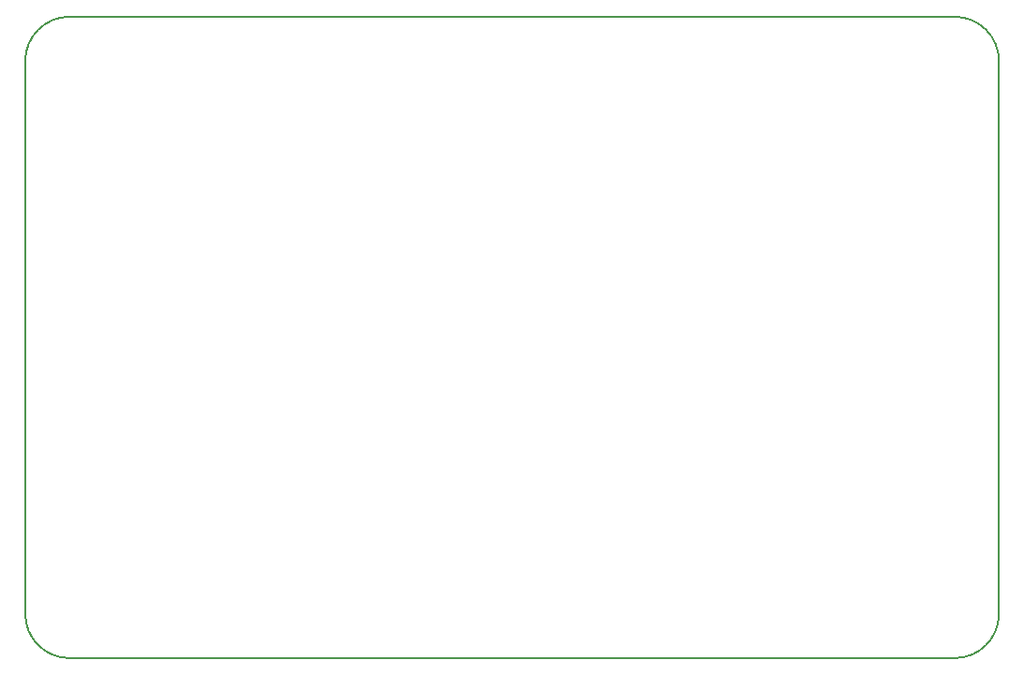
<source format=gm1>
G04 #@! TF.GenerationSoftware,KiCad,Pcbnew,(5.1.0-0)*
G04 #@! TF.CreationDate,2019-04-04T11:20:21+10:30*
G04 #@! TF.ProjectId,wide-input-reg,77696465-2d69-46e7-9075-742d7265672e,rev?*
G04 #@! TF.SameCoordinates,Original*
G04 #@! TF.FileFunction,Profile,NP*
%FSLAX46Y46*%
G04 Gerber Fmt 4.6, Leading zero omitted, Abs format (unit mm)*
G04 Created by KiCad (PCBNEW (5.1.0-0)) date 2019-04-04 11:20:21*
%MOMM*%
%LPD*%
G04 APERTURE LIST*
%ADD10C,0.150000*%
G04 APERTURE END LIST*
D10*
X184000000Y-50000000D02*
G75*
G02X188000000Y-54000000I0J-4000000D01*
G01*
X188000000Y-104000000D02*
G75*
G02X184000000Y-108000000I-4000000J0D01*
G01*
X104000000Y-108000000D02*
G75*
G02X100000000Y-104000000I0J4000000D01*
G01*
X100000000Y-54000000D02*
G75*
G02X104000000Y-50000000I4000000J0D01*
G01*
X100000000Y-104000000D02*
X100000000Y-54000000D01*
X184000000Y-108000000D02*
X104000000Y-108000000D01*
X188000000Y-54000000D02*
X188000000Y-104000000D01*
X104000000Y-50000000D02*
X184000000Y-50000000D01*
M02*

</source>
